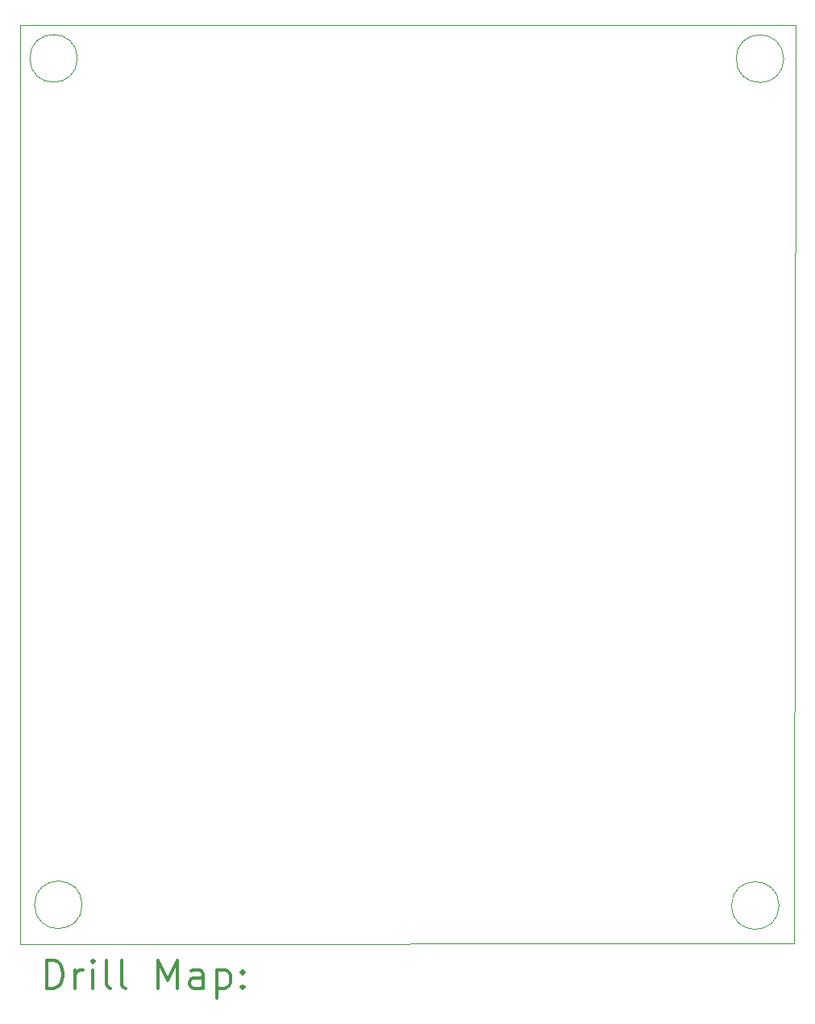
<source format=gbr>
%FSLAX45Y45*%
G04 Gerber Fmt 4.5, Leading zero omitted, Abs format (unit mm)*
G04 Created by KiCad (PCBNEW (5.1.10)-1) date 2023-01-28 17:59:57*
%MOMM*%
%LPD*%
G01*
G04 APERTURE LIST*
%TA.AperFunction,Profile*%
%ADD10C,0.050000*%
%TD*%
%TA.AperFunction,Profile*%
%ADD11C,0.100000*%
%TD*%
%ADD12C,0.200000*%
%ADD13C,0.300000*%
G04 APERTURE END LIST*
D10*
X15095561Y-18250154D02*
G75*
G03*
X15095561Y-18250154I-250023J0D01*
G01*
X7775789Y-18242534D02*
G75*
G03*
X7775789Y-18242534I-250023J0D01*
G01*
X7726005Y-9354566D02*
G75*
G03*
X7726005Y-9354566I-250023J0D01*
G01*
X15144329Y-9358122D02*
G75*
G03*
X15144329Y-9358122I-250023J0D01*
G01*
D11*
X7122414Y-9002014D02*
X15268194Y-9007094D01*
X7127494Y-18651982D02*
X7122414Y-9002014D01*
X7127494Y-18652490D02*
X7127494Y-18651982D01*
X15250922Y-18649442D02*
X7127494Y-18652490D01*
X15268194Y-9007094D02*
X15250922Y-18649442D01*
D12*
D13*
X7403842Y-19123204D02*
X7403842Y-18823204D01*
X7475271Y-18823204D01*
X7518128Y-18837490D01*
X7546700Y-18866062D01*
X7560985Y-18894633D01*
X7575271Y-18951776D01*
X7575271Y-18994633D01*
X7560985Y-19051776D01*
X7546700Y-19080347D01*
X7518128Y-19108919D01*
X7475271Y-19123204D01*
X7403842Y-19123204D01*
X7703842Y-19123204D02*
X7703842Y-18923204D01*
X7703842Y-18980347D02*
X7718128Y-18951776D01*
X7732414Y-18937490D01*
X7760985Y-18923204D01*
X7789557Y-18923204D01*
X7889557Y-19123204D02*
X7889557Y-18923204D01*
X7889557Y-18823204D02*
X7875271Y-18837490D01*
X7889557Y-18851776D01*
X7903842Y-18837490D01*
X7889557Y-18823204D01*
X7889557Y-18851776D01*
X8075271Y-19123204D02*
X8046700Y-19108919D01*
X8032414Y-19080347D01*
X8032414Y-18823204D01*
X8232414Y-19123204D02*
X8203842Y-19108919D01*
X8189557Y-19080347D01*
X8189557Y-18823204D01*
X8575271Y-19123204D02*
X8575271Y-18823204D01*
X8675271Y-19037490D01*
X8775271Y-18823204D01*
X8775271Y-19123204D01*
X9046700Y-19123204D02*
X9046700Y-18966062D01*
X9032414Y-18937490D01*
X9003842Y-18923204D01*
X8946700Y-18923204D01*
X8918128Y-18937490D01*
X9046700Y-19108919D02*
X9018128Y-19123204D01*
X8946700Y-19123204D01*
X8918128Y-19108919D01*
X8903842Y-19080347D01*
X8903842Y-19051776D01*
X8918128Y-19023204D01*
X8946700Y-19008919D01*
X9018128Y-19008919D01*
X9046700Y-18994633D01*
X9189557Y-18923204D02*
X9189557Y-19223204D01*
X9189557Y-18937490D02*
X9218128Y-18923204D01*
X9275271Y-18923204D01*
X9303842Y-18937490D01*
X9318128Y-18951776D01*
X9332414Y-18980347D01*
X9332414Y-19066062D01*
X9318128Y-19094633D01*
X9303842Y-19108919D01*
X9275271Y-19123204D01*
X9218128Y-19123204D01*
X9189557Y-19108919D01*
X9460985Y-19094633D02*
X9475271Y-19108919D01*
X9460985Y-19123204D01*
X9446700Y-19108919D01*
X9460985Y-19094633D01*
X9460985Y-19123204D01*
X9460985Y-18937490D02*
X9475271Y-18951776D01*
X9460985Y-18966062D01*
X9446700Y-18951776D01*
X9460985Y-18937490D01*
X9460985Y-18966062D01*
M02*

</source>
